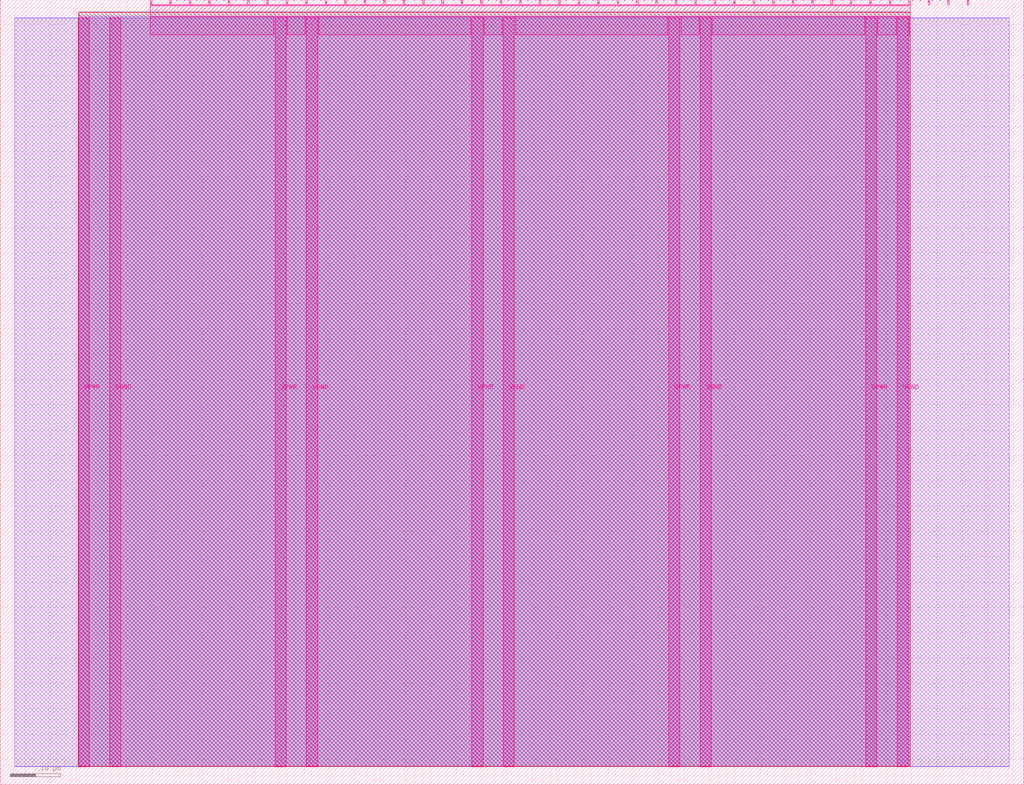
<source format=lef>
VERSION 5.7 ;
  NOWIREEXTENSIONATPIN ON ;
  DIVIDERCHAR "/" ;
  BUSBITCHARS "[]" ;
MACRO tt_um_wokwi_434917427319226369
  CLASS BLOCK ;
  FOREIGN tt_um_wokwi_434917427319226369 ;
  ORIGIN 0.000 0.000 ;
  SIZE 202.080 BY 154.980 ;
  PIN VGND
    DIRECTION INOUT ;
    USE GROUND ;
    PORT
      LAYER Metal5 ;
        RECT 21.580 3.560 23.780 151.420 ;
    END
    PORT
      LAYER Metal5 ;
        RECT 60.450 3.560 62.650 151.420 ;
    END
    PORT
      LAYER Metal5 ;
        RECT 99.320 3.560 101.520 151.420 ;
    END
    PORT
      LAYER Metal5 ;
        RECT 138.190 3.560 140.390 151.420 ;
    END
    PORT
      LAYER Metal5 ;
        RECT 177.060 3.560 179.260 151.420 ;
    END
  END VGND
  PIN VPWR
    DIRECTION INOUT ;
    USE POWER ;
    PORT
      LAYER Metal5 ;
        RECT 15.380 3.560 17.580 151.420 ;
    END
    PORT
      LAYER Metal5 ;
        RECT 54.250 3.560 56.450 151.420 ;
    END
    PORT
      LAYER Metal5 ;
        RECT 93.120 3.560 95.320 151.420 ;
    END
    PORT
      LAYER Metal5 ;
        RECT 131.990 3.560 134.190 151.420 ;
    END
    PORT
      LAYER Metal5 ;
        RECT 170.860 3.560 173.060 151.420 ;
    END
  END VPWR
  PIN clk
    DIRECTION INPUT ;
    USE SIGNAL ;
    PORT
      LAYER Metal5 ;
        RECT 187.050 153.980 187.350 154.980 ;
    END
  END clk
  PIN ena
    DIRECTION INPUT ;
    USE SIGNAL ;
    PORT
      LAYER Metal5 ;
        RECT 190.890 153.980 191.190 154.980 ;
    END
  END ena
  PIN rst_n
    DIRECTION INPUT ;
    USE SIGNAL ;
    PORT
      LAYER Metal5 ;
        RECT 183.210 153.980 183.510 154.980 ;
    END
  END rst_n
  PIN ui_in[0]
    DIRECTION INPUT ;
    USE SIGNAL ;
    ANTENNAGATEAREA 0.180700 ;
    PORT
      LAYER Metal5 ;
        RECT 179.370 153.980 179.670 154.980 ;
    END
  END ui_in[0]
  PIN ui_in[1]
    DIRECTION INPUT ;
    USE SIGNAL ;
    ANTENNAGATEAREA 0.180700 ;
    PORT
      LAYER Metal5 ;
        RECT 175.530 153.980 175.830 154.980 ;
    END
  END ui_in[1]
  PIN ui_in[2]
    DIRECTION INPUT ;
    USE SIGNAL ;
    ANTENNAGATEAREA 0.180700 ;
    PORT
      LAYER Metal5 ;
        RECT 171.690 153.980 171.990 154.980 ;
    END
  END ui_in[2]
  PIN ui_in[3]
    DIRECTION INPUT ;
    USE SIGNAL ;
    ANTENNAGATEAREA 0.180700 ;
    PORT
      LAYER Metal5 ;
        RECT 167.850 153.980 168.150 154.980 ;
    END
  END ui_in[3]
  PIN ui_in[4]
    DIRECTION INPUT ;
    USE SIGNAL ;
    ANTENNAGATEAREA 0.180700 ;
    PORT
      LAYER Metal5 ;
        RECT 164.010 153.980 164.310 154.980 ;
    END
  END ui_in[4]
  PIN ui_in[5]
    DIRECTION INPUT ;
    USE SIGNAL ;
    ANTENNAGATEAREA 0.180700 ;
    PORT
      LAYER Metal5 ;
        RECT 160.170 153.980 160.470 154.980 ;
    END
  END ui_in[5]
  PIN ui_in[6]
    DIRECTION INPUT ;
    USE SIGNAL ;
    ANTENNAGATEAREA 0.180700 ;
    PORT
      LAYER Metal5 ;
        RECT 156.330 153.980 156.630 154.980 ;
    END
  END ui_in[6]
  PIN ui_in[7]
    DIRECTION INPUT ;
    USE SIGNAL ;
    ANTENNAGATEAREA 0.180700 ;
    PORT
      LAYER Metal5 ;
        RECT 152.490 153.980 152.790 154.980 ;
    END
  END ui_in[7]
  PIN uio_in[0]
    DIRECTION INPUT ;
    USE SIGNAL ;
    PORT
      LAYER Metal5 ;
        RECT 148.650 153.980 148.950 154.980 ;
    END
  END uio_in[0]
  PIN uio_in[1]
    DIRECTION INPUT ;
    USE SIGNAL ;
    PORT
      LAYER Metal5 ;
        RECT 144.810 153.980 145.110 154.980 ;
    END
  END uio_in[1]
  PIN uio_in[2]
    DIRECTION INPUT ;
    USE SIGNAL ;
    PORT
      LAYER Metal5 ;
        RECT 140.970 153.980 141.270 154.980 ;
    END
  END uio_in[2]
  PIN uio_in[3]
    DIRECTION INPUT ;
    USE SIGNAL ;
    PORT
      LAYER Metal5 ;
        RECT 137.130 153.980 137.430 154.980 ;
    END
  END uio_in[3]
  PIN uio_in[4]
    DIRECTION INPUT ;
    USE SIGNAL ;
    PORT
      LAYER Metal5 ;
        RECT 133.290 153.980 133.590 154.980 ;
    END
  END uio_in[4]
  PIN uio_in[5]
    DIRECTION INPUT ;
    USE SIGNAL ;
    PORT
      LAYER Metal5 ;
        RECT 129.450 153.980 129.750 154.980 ;
    END
  END uio_in[5]
  PIN uio_in[6]
    DIRECTION INPUT ;
    USE SIGNAL ;
    PORT
      LAYER Metal5 ;
        RECT 125.610 153.980 125.910 154.980 ;
    END
  END uio_in[6]
  PIN uio_in[7]
    DIRECTION INPUT ;
    USE SIGNAL ;
    PORT
      LAYER Metal5 ;
        RECT 121.770 153.980 122.070 154.980 ;
    END
  END uio_in[7]
  PIN uio_oe[0]
    DIRECTION OUTPUT ;
    USE SIGNAL ;
    ANTENNADIFFAREA 0.299200 ;
    PORT
      LAYER Metal5 ;
        RECT 56.490 153.980 56.790 154.980 ;
    END
  END uio_oe[0]
  PIN uio_oe[1]
    DIRECTION OUTPUT ;
    USE SIGNAL ;
    ANTENNADIFFAREA 0.299200 ;
    PORT
      LAYER Metal5 ;
        RECT 52.650 153.980 52.950 154.980 ;
    END
  END uio_oe[1]
  PIN uio_oe[2]
    DIRECTION OUTPUT ;
    USE SIGNAL ;
    ANTENNADIFFAREA 0.299200 ;
    PORT
      LAYER Metal5 ;
        RECT 48.810 153.980 49.110 154.980 ;
    END
  END uio_oe[2]
  PIN uio_oe[3]
    DIRECTION OUTPUT ;
    USE SIGNAL ;
    ANTENNADIFFAREA 0.299200 ;
    PORT
      LAYER Metal5 ;
        RECT 44.970 153.980 45.270 154.980 ;
    END
  END uio_oe[3]
  PIN uio_oe[4]
    DIRECTION OUTPUT ;
    USE SIGNAL ;
    ANTENNADIFFAREA 0.299200 ;
    PORT
      LAYER Metal5 ;
        RECT 41.130 153.980 41.430 154.980 ;
    END
  END uio_oe[4]
  PIN uio_oe[5]
    DIRECTION OUTPUT ;
    USE SIGNAL ;
    ANTENNADIFFAREA 0.299200 ;
    PORT
      LAYER Metal5 ;
        RECT 37.290 153.980 37.590 154.980 ;
    END
  END uio_oe[5]
  PIN uio_oe[6]
    DIRECTION OUTPUT ;
    USE SIGNAL ;
    ANTENNADIFFAREA 0.299200 ;
    PORT
      LAYER Metal5 ;
        RECT 33.450 153.980 33.750 154.980 ;
    END
  END uio_oe[6]
  PIN uio_oe[7]
    DIRECTION OUTPUT ;
    USE SIGNAL ;
    ANTENNADIFFAREA 0.299200 ;
    PORT
      LAYER Metal5 ;
        RECT 29.610 153.980 29.910 154.980 ;
    END
  END uio_oe[7]
  PIN uio_out[0]
    DIRECTION OUTPUT ;
    USE SIGNAL ;
    ANTENNADIFFAREA 0.299200 ;
    PORT
      LAYER Metal5 ;
        RECT 87.210 153.980 87.510 154.980 ;
    END
  END uio_out[0]
  PIN uio_out[1]
    DIRECTION OUTPUT ;
    USE SIGNAL ;
    ANTENNADIFFAREA 0.299200 ;
    PORT
      LAYER Metal5 ;
        RECT 83.370 153.980 83.670 154.980 ;
    END
  END uio_out[1]
  PIN uio_out[2]
    DIRECTION OUTPUT ;
    USE SIGNAL ;
    ANTENNADIFFAREA 0.299200 ;
    PORT
      LAYER Metal5 ;
        RECT 79.530 153.980 79.830 154.980 ;
    END
  END uio_out[2]
  PIN uio_out[3]
    DIRECTION OUTPUT ;
    USE SIGNAL ;
    ANTENNADIFFAREA 0.299200 ;
    PORT
      LAYER Metal5 ;
        RECT 75.690 153.980 75.990 154.980 ;
    END
  END uio_out[3]
  PIN uio_out[4]
    DIRECTION OUTPUT ;
    USE SIGNAL ;
    ANTENNADIFFAREA 0.299200 ;
    PORT
      LAYER Metal5 ;
        RECT 71.850 153.980 72.150 154.980 ;
    END
  END uio_out[4]
  PIN uio_out[5]
    DIRECTION OUTPUT ;
    USE SIGNAL ;
    ANTENNADIFFAREA 0.299200 ;
    PORT
      LAYER Metal5 ;
        RECT 68.010 153.980 68.310 154.980 ;
    END
  END uio_out[5]
  PIN uio_out[6]
    DIRECTION OUTPUT ;
    USE SIGNAL ;
    ANTENNADIFFAREA 0.299200 ;
    PORT
      LAYER Metal5 ;
        RECT 64.170 153.980 64.470 154.980 ;
    END
  END uio_out[6]
  PIN uio_out[7]
    DIRECTION OUTPUT ;
    USE SIGNAL ;
    ANTENNADIFFAREA 0.299200 ;
    PORT
      LAYER Metal5 ;
        RECT 60.330 153.980 60.630 154.980 ;
    END
  END uio_out[7]
  PIN uo_out[0]
    DIRECTION OUTPUT ;
    USE SIGNAL ;
    ANTENNADIFFAREA 0.654800 ;
    PORT
      LAYER Metal5 ;
        RECT 117.930 153.980 118.230 154.980 ;
    END
  END uo_out[0]
  PIN uo_out[1]
    DIRECTION OUTPUT ;
    USE SIGNAL ;
    ANTENNADIFFAREA 0.654800 ;
    PORT
      LAYER Metal5 ;
        RECT 114.090 153.980 114.390 154.980 ;
    END
  END uo_out[1]
  PIN uo_out[2]
    DIRECTION OUTPUT ;
    USE SIGNAL ;
    ANTENNADIFFAREA 0.654800 ;
    PORT
      LAYER Metal5 ;
        RECT 110.250 153.980 110.550 154.980 ;
    END
  END uo_out[2]
  PIN uo_out[3]
    DIRECTION OUTPUT ;
    USE SIGNAL ;
    ANTENNADIFFAREA 0.654800 ;
    PORT
      LAYER Metal5 ;
        RECT 106.410 153.980 106.710 154.980 ;
    END
  END uo_out[3]
  PIN uo_out[4]
    DIRECTION OUTPUT ;
    USE SIGNAL ;
    ANTENNADIFFAREA 0.654800 ;
    PORT
      LAYER Metal5 ;
        RECT 102.570 153.980 102.870 154.980 ;
    END
  END uo_out[4]
  PIN uo_out[5]
    DIRECTION OUTPUT ;
    USE SIGNAL ;
    ANTENNADIFFAREA 0.654800 ;
    PORT
      LAYER Metal5 ;
        RECT 98.730 153.980 99.030 154.980 ;
    END
  END uo_out[5]
  PIN uo_out[6]
    DIRECTION OUTPUT ;
    USE SIGNAL ;
    ANTENNADIFFAREA 0.654800 ;
    PORT
      LAYER Metal5 ;
        RECT 94.890 153.980 95.190 154.980 ;
    END
  END uo_out[6]
  PIN uo_out[7]
    DIRECTION OUTPUT ;
    USE SIGNAL ;
    ANTENNADIFFAREA 0.654800 ;
    PORT
      LAYER Metal5 ;
        RECT 91.050 153.980 91.350 154.980 ;
    END
  END uo_out[7]
  OBS
      LAYER GatPoly ;
        RECT 2.880 3.630 199.200 151.350 ;
      LAYER Metal1 ;
        RECT 2.880 3.560 199.200 151.420 ;
      LAYER Metal2 ;
        RECT 15.515 3.680 179.665 151.720 ;
      LAYER Metal3 ;
        RECT 15.560 3.635 179.620 152.605 ;
      LAYER Metal4 ;
        RECT 15.515 3.680 179.665 152.560 ;
      LAYER Metal5 ;
        RECT 30.120 153.770 33.240 153.980 ;
        RECT 33.960 153.770 37.080 153.980 ;
        RECT 37.800 153.770 40.920 153.980 ;
        RECT 41.640 153.770 44.760 153.980 ;
        RECT 45.480 153.770 48.600 153.980 ;
        RECT 49.320 153.770 52.440 153.980 ;
        RECT 53.160 153.770 56.280 153.980 ;
        RECT 57.000 153.770 60.120 153.980 ;
        RECT 60.840 153.770 63.960 153.980 ;
        RECT 64.680 153.770 67.800 153.980 ;
        RECT 68.520 153.770 71.640 153.980 ;
        RECT 72.360 153.770 75.480 153.980 ;
        RECT 76.200 153.770 79.320 153.980 ;
        RECT 80.040 153.770 83.160 153.980 ;
        RECT 83.880 153.770 87.000 153.980 ;
        RECT 87.720 153.770 90.840 153.980 ;
        RECT 91.560 153.770 94.680 153.980 ;
        RECT 95.400 153.770 98.520 153.980 ;
        RECT 99.240 153.770 102.360 153.980 ;
        RECT 103.080 153.770 106.200 153.980 ;
        RECT 106.920 153.770 110.040 153.980 ;
        RECT 110.760 153.770 113.880 153.980 ;
        RECT 114.600 153.770 117.720 153.980 ;
        RECT 118.440 153.770 121.560 153.980 ;
        RECT 122.280 153.770 125.400 153.980 ;
        RECT 126.120 153.770 129.240 153.980 ;
        RECT 129.960 153.770 133.080 153.980 ;
        RECT 133.800 153.770 136.920 153.980 ;
        RECT 137.640 153.770 140.760 153.980 ;
        RECT 141.480 153.770 144.600 153.980 ;
        RECT 145.320 153.770 148.440 153.980 ;
        RECT 149.160 153.770 152.280 153.980 ;
        RECT 153.000 153.770 156.120 153.980 ;
        RECT 156.840 153.770 159.960 153.980 ;
        RECT 160.680 153.770 163.800 153.980 ;
        RECT 164.520 153.770 167.640 153.980 ;
        RECT 168.360 153.770 171.480 153.980 ;
        RECT 172.200 153.770 175.320 153.980 ;
        RECT 176.040 153.770 179.160 153.980 ;
        RECT 29.660 151.630 179.620 153.770 ;
        RECT 29.660 148.115 54.040 151.630 ;
        RECT 56.660 148.115 60.240 151.630 ;
        RECT 62.860 148.115 92.910 151.630 ;
        RECT 95.530 148.115 99.110 151.630 ;
        RECT 101.730 148.115 131.780 151.630 ;
        RECT 134.400 148.115 137.980 151.630 ;
        RECT 140.600 148.115 170.650 151.630 ;
        RECT 173.270 148.115 176.850 151.630 ;
        RECT 179.470 148.115 179.620 151.630 ;
  END
END tt_um_wokwi_434917427319226369
END LIBRARY


</source>
